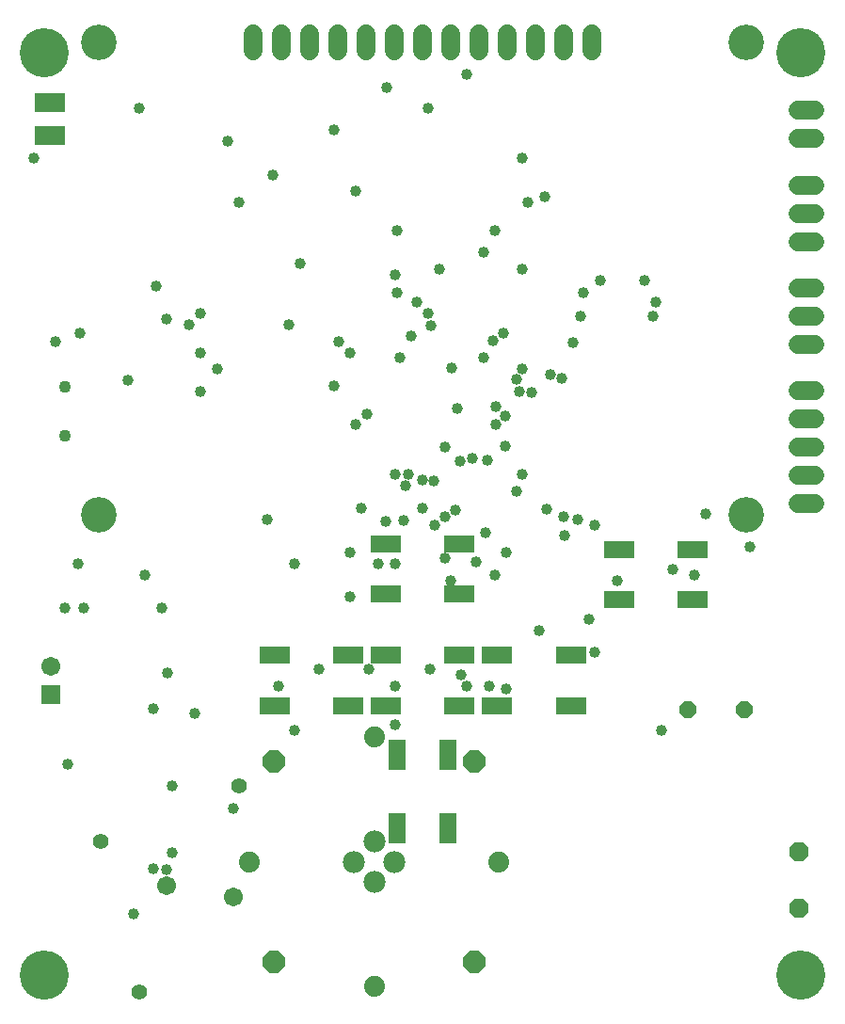
<source format=gbr>
G04 EAGLE Gerber RS-274X export*
G75*
%MOMM*%
%FSLAX34Y34*%
%LPD*%
%INSoldermask Bottom*%
%IPPOS*%
%AMOC8*
5,1,8,0,0,1.08239X$1,22.5*%
G01*
%ADD10P,1.649562X8X22.500000*%
%ADD11C,1.727200*%
%ADD12P,2.144431X8X22.500000*%
%ADD13C,1.981200*%
%ADD14C,1.879600*%
%ADD15C,3.203200*%
%ADD16C,1.103200*%
%ADD17R,2.692400X1.600200*%
%ADD18R,1.600200X2.692400*%
%ADD19R,2.800000X1.700000*%
%ADD20R,1.711200X1.711200*%
%ADD21C,1.711200*%
%ADD22P,1.852186X8X292.500000*%
%ADD23C,1.009600*%
%ADD24C,1.409600*%
%ADD25C,1.703200*%
%ADD26C,4.419200*%


D10*
X613800Y273600D03*
X664600Y273600D03*
D11*
X712380Y653000D02*
X727620Y653000D01*
X727620Y627600D02*
X712380Y627600D01*
X712380Y602200D02*
X727620Y602200D01*
X727620Y812700D02*
X712380Y812700D01*
X712380Y787300D02*
X727620Y787300D01*
X727620Y745000D02*
X712380Y745000D01*
X712380Y719600D02*
X727620Y719600D01*
X727620Y694200D02*
X712380Y694200D01*
X712380Y561000D02*
X727620Y561000D01*
X727620Y535600D02*
X712380Y535600D01*
X712380Y510200D02*
X727620Y510200D01*
X727620Y484800D02*
X712380Y484800D01*
X712380Y459400D02*
X727620Y459400D01*
D12*
X241400Y227000D03*
X241400Y47000D03*
X421400Y227000D03*
X421400Y47000D03*
D13*
X331400Y155000D03*
X331400Y119000D03*
X349400Y137000D03*
X313400Y137000D03*
D14*
X331400Y249000D03*
X331400Y25000D03*
X443400Y137000D03*
X219400Y137000D03*
D15*
X666500Y449200D03*
X666500Y874200D03*
X83500Y874200D03*
X83500Y449200D03*
D11*
X527400Y866580D02*
X527400Y881820D01*
X502000Y881820D02*
X502000Y866580D01*
X476600Y866580D02*
X476600Y881820D01*
X451200Y881820D02*
X451200Y866580D01*
X425800Y866580D02*
X425800Y881820D01*
X400400Y881820D02*
X400400Y866580D01*
X375000Y866580D02*
X375000Y881820D01*
X349600Y881820D02*
X349600Y866580D01*
X324200Y866580D02*
X324200Y881820D01*
X298800Y881820D02*
X298800Y866580D01*
X273400Y866580D02*
X273400Y881820D01*
X248000Y881820D02*
X248000Y866580D01*
X222600Y866580D02*
X222600Y881820D01*
D16*
X53300Y563900D03*
X53300Y519900D03*
D17*
X341690Y322500D03*
X408310Y322500D03*
X408310Y277500D03*
X341690Y277500D03*
X408310Y377500D03*
X341690Y377500D03*
X341690Y422500D03*
X408310Y422500D03*
D18*
X397500Y233310D03*
X397500Y166690D03*
X352500Y166690D03*
X352500Y233310D03*
D17*
X441690Y322500D03*
X508310Y322500D03*
X508310Y277500D03*
X441690Y277500D03*
X241690Y322500D03*
X308310Y322500D03*
X308310Y277500D03*
X241690Y277500D03*
X618310Y372500D03*
X551690Y372500D03*
X551690Y417500D03*
X618310Y417500D03*
D19*
X40000Y790000D03*
X40000Y820000D03*
D20*
X40250Y287500D03*
D21*
X40250Y312500D03*
D22*
X713500Y145500D03*
X713500Y95500D03*
D23*
X355000Y590000D03*
X350000Y485000D03*
X460000Y470000D03*
X590000Y255000D03*
D24*
X120000Y20000D03*
X85000Y155000D03*
X210000Y205000D03*
D23*
X410000Y305000D03*
X381500Y310000D03*
X326500Y310000D03*
X281500Y310000D03*
X66500Y612500D03*
X450000Y415000D03*
X133000Y274500D03*
X465000Y770000D03*
X510000Y604000D03*
X500500Y571944D03*
X433500Y498000D03*
X485000Y735000D03*
X295000Y565000D03*
X310000Y595000D03*
X380000Y815000D03*
X295000Y795000D03*
X300000Y605000D03*
X255000Y620000D03*
X310000Y415000D03*
X310000Y375000D03*
X670000Y420000D03*
X600000Y400000D03*
X365000Y610000D03*
X382500Y619000D03*
X465000Y485000D03*
X465000Y670000D03*
X110000Y570000D03*
X65000Y405000D03*
X45000Y605000D03*
X449500Y537500D03*
X503000Y430000D03*
X550000Y390000D03*
X441000Y546044D03*
X620000Y395000D03*
X133000Y131000D03*
X115000Y90000D03*
D25*
X205000Y105000D03*
X145000Y115000D03*
D23*
X150000Y145000D03*
X150000Y205000D03*
X205000Y185000D03*
X145000Y130000D03*
X200000Y785000D03*
X210000Y730000D03*
X490000Y575000D03*
X535000Y660000D03*
X350000Y665000D03*
X240000Y755000D03*
X125000Y395000D03*
X473000Y559000D03*
X459500Y571000D03*
X517500Y627500D03*
X582750Y627250D03*
X315000Y530000D03*
X370000Y640000D03*
X575000Y660000D03*
X325000Y540000D03*
X380000Y630000D03*
X585000Y640000D03*
X630000Y450000D03*
X441000Y530000D03*
X406256Y545000D03*
X360000Y475000D03*
X320000Y455000D03*
X335000Y405000D03*
X515000Y445000D03*
X386000Y440000D03*
X385000Y479500D03*
X395000Y510000D03*
X502000Y447500D03*
X395500Y447500D03*
X487000Y454500D03*
X405000Y453500D03*
X350000Y295000D03*
X465000Y580000D03*
X520000Y648885D03*
X352000Y649000D03*
X145000Y625000D03*
X400000Y390041D03*
X423500Y407000D03*
X431256Y433044D03*
X342000Y443500D03*
X440000Y395000D03*
X480000Y345000D03*
X401126Y581000D03*
X375000Y480000D03*
X375000Y455000D03*
X358000Y444000D03*
X190000Y580000D03*
X165000Y620000D03*
X448000Y612000D03*
X470000Y730000D03*
X438500Y605500D03*
X440000Y705000D03*
X415000Y845000D03*
X430000Y590000D03*
X430000Y685000D03*
X315000Y740000D03*
X352000Y704500D03*
X362000Y485500D03*
X390000Y670000D03*
X449500Y511000D03*
X420000Y500000D03*
X408500Y497500D03*
X120000Y815000D03*
X25000Y770000D03*
X530000Y440000D03*
X235000Y445000D03*
X135000Y655000D03*
X265000Y675000D03*
X260000Y405000D03*
X175000Y630000D03*
X175000Y595000D03*
X175000Y560000D03*
X140000Y365000D03*
X260000Y255000D03*
X170000Y270000D03*
X525000Y355000D03*
X530000Y325000D03*
X395000Y409959D03*
X145500Y306500D03*
X462000Y560000D03*
X435000Y295000D03*
X415000Y295000D03*
X55704Y224896D03*
X53044Y365000D03*
X70000Y365000D03*
X342500Y833000D03*
D26*
X35000Y865000D03*
X715000Y865000D03*
X35000Y35000D03*
X715000Y35000D03*
D23*
X245000Y295000D03*
X450000Y292000D03*
X350000Y405000D03*
X350000Y260000D03*
M02*

</source>
